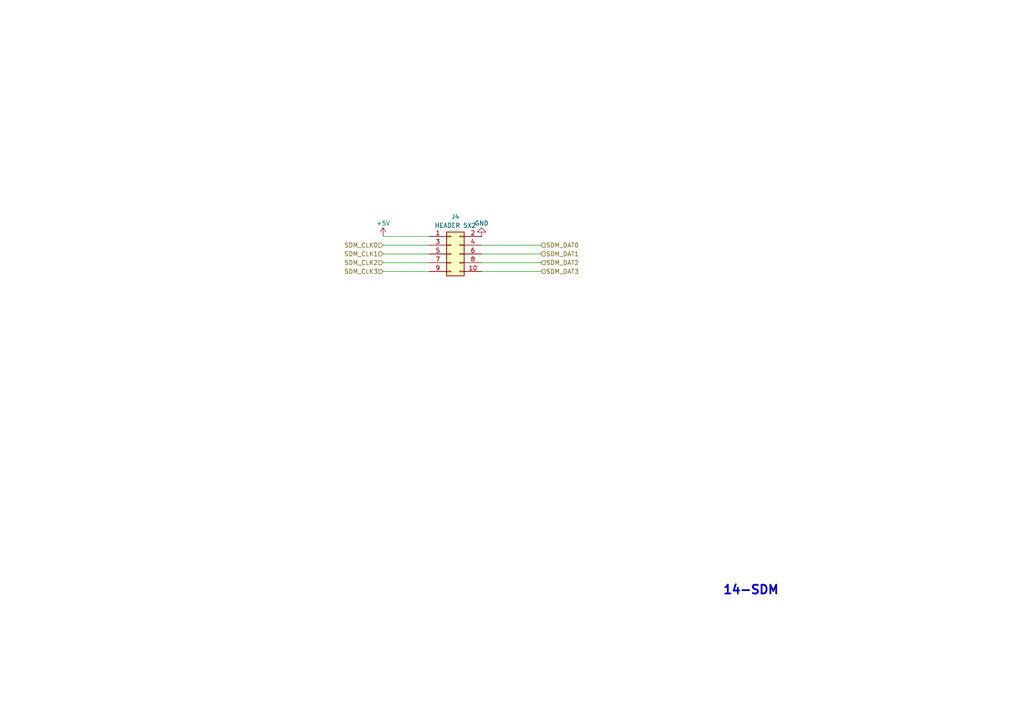
<source format=kicad_sch>
(kicad_sch (version 20230121) (generator eeschema)
  (paper "A4")
  (lib_symbols
    (symbol "00_HPM_power:+5V" (power) (pin_names (offset 0))
      (property "Value" "+5V" (at 0 3.556 0))
      (symbol "+5V_0_1"
        (polyline (pts (xy -0.762 1.27) (xy 0 2.54)))
        (polyline (pts (xy 0 0) (xy 0 2.54)))
        (polyline (pts (xy 0 2.54) (xy 0.762 1.27)))
      )
      (symbol "+5V_1_1"
        (pin power_in line (at 0 0 90) (length 0) hide (name "+5V") (number "1"))
      )
    )
    (symbol "00_HPM_power:GND" (power)
      (property "Value" "GND" (at 1.27 -6.35 0))
      (symbol "GND_0_0"
        (pin power_in line (at 0 0 0) (length 0) hide (name "GND") (number ""))
      )
      (symbol "GND_0_1"
        (polyline (pts (xy 0 0) (xy 0 -1.27) (xy 1.27 -1.27) (xy 0 -2.54) (xy -1.27 -1.27) (xy 0 -1.27)))
      )
    )
    (symbol "05_HPM_Connector_PinHeader:Conn_02x05"
      (property "Reference" "P4" (at 6.35 5.08 0))
      (property "Value" "Conn_02x05" (at 6.35 2.54 0))
      (symbol "Conn_02x05_1_1"
        (rectangle (start 0 -11.303) (end 1.27 -11.557) (stroke (width 0.1524)))
        (rectangle (start 0 -8.763) (end 1.27 -9.017) (stroke (width 0.1524)))
        (rectangle (start 0 -6.223) (end 1.27 -6.477) (stroke (width 0.1524)))
        (rectangle (start 0 -3.683) (end 1.27 -3.937) (stroke (width 0.1524)))
        (rectangle (start 0 -1.143) (end 1.27 -1.397) (stroke (width 0.1524)))
        (rectangle (start 0 0) (end 5.08 -12.7) (stroke (width 0.254)) (fill (type background)))
        (rectangle (start 5.08 -11.303) (end 3.81 -11.557) (stroke (width 0.1524)))
        (rectangle (start 5.08 -8.763) (end 3.81 -9.017) (stroke (width 0.1524)))
        (rectangle (start 5.08 -6.223) (end 3.81 -6.477) (stroke (width 0.1524)))
        (rectangle (start 5.08 -3.683) (end 3.81 -3.937) (stroke (width 0.1524)))
        (rectangle (start 5.08 -1.143) (end 3.81 -1.397) (stroke (width 0.1524)))
        (pin passive line (at -5.08 -1.27 0) (length 5.08) (name "") (number "1"))
        (pin passive line (at 10.16 -11.43 180) (length 5.08) (name "") (number "10"))
        (pin passive line (at 10.16 -1.27 180) (length 5.08) (name "") (number "2"))
        (pin passive line (at -5.08 -3.81 0) (length 5.08) (name "") (number "3"))
        (pin passive line (at 10.16 -3.81 180) (length 5.08) (name "") (number "4"))
        (pin passive line (at -5.08 -6.35 0) (length 5.08) (name "") (number "5"))
        (pin passive line (at 10.16 -6.35 180) (length 5.08) (name "") (number "6"))
        (pin passive line (at -5.08 -8.89 0) (length 5.08) (name "") (number "7"))
        (pin passive line (at 10.16 -8.89 180) (length 5.08) (name "") (number "8"))
        (pin passive line (at -5.08 -11.43 0) (length 5.08) (name "") (number "9"))
      )
    )
  )
  (wire (pts (xy 111.125 71.12) (xy 124.46 71.12)))
  (wire (pts (xy 156.845 76.2) (xy 139.7 76.2)))
  (wire (pts (xy 156.845 78.74) (xy 139.7 78.74)))
  (wire (pts (xy 111.125 78.74) (xy 124.46 78.74)))
  (wire (pts (xy 156.845 71.12) (xy 139.7 71.12)))
  (wire (pts (xy 111.125 76.2) (xy 124.46 76.2)))
  (wire (pts (xy 111.125 68.58) (xy 124.46 68.58)))
  (wire (pts (xy 111.125 73.66) (xy 124.46 73.66)))
  (wire (pts (xy 156.845 73.66) (xy 139.7 73.66)))
  (text "14-SDM" (at 209.55 172.72 0) (effects (font (size 2.54 2.54) (thickness 0.508) bold) (justify left bottom)))
  (hierarchical_label "SDM_DAT2" (shape input) (at 156.845 76.2 0))
  (hierarchical_label "SDM_DAT3" (shape input) (at 156.845 78.74 0))
  (hierarchical_label "SDM_CLK2" (shape input) (at 111.125 76.2 180))
  (hierarchical_label "SDM_CLK0" (shape input) (at 111.125 71.12 180))
  (hierarchical_label "SDM_DAT0" (shape input) (at 156.845 71.12 0))
  (hierarchical_label "SDM_DAT1" (shape input) (at 156.845 73.66 0))
  (hierarchical_label "SDM_CLK3" (shape input) (at 111.125 78.74 180))
  (hierarchical_label "SDM_CLK1" (shape input) (at 111.125 73.66 180))
  (symbol (lib_id "05_HPM_Connector_PinHeader:Conn_02x05") (at 129.54 67.31 0) (unit 1)
    (property "Reference" "J4" (at 132.08 62.865 0))
    (property "Value" "HEADER 5X2" (at 132.08 65.405 0))
    (property "Footprint" "05_HPM_Connector_PinHeader:PinHeader_2x05_P2.54mm_Vertical" (effects hide))
    (property "Model" "PZ254V-12-10P" (effects hide))
    (property "Company" " XFCN(兴飞) " (effects hide))
  )
  (symbol (lib_id "00_HPM_power:GND") (at 139.7 68.58 0) (mirror x) (unit 1)
    (property "Reference" "#PWR0127" (effects hide))
    (property "Value" "GND" (at 139.7 64.77 0))
    (instances (project "HPM62_63_144_ADC_EVK_RevB" (path "" (reference "#PWR0127") (unit 1)) (path "" (reference "#PWR0265") (unit 1))) (project "EVK_REVC" (path "" (reference "#PWR0458") (unit 1))))
  )
  (symbol (lib_id "00_HPM_power:+5V") (at 111.125 68.58 0) (unit 1)
    (property "Reference" "#PWR040" (effects hide))
    (property "Value" "+5V" (at 111.125 64.77 0))
    (instances (project "HPM62_63_144_ADC_EVK_RevB" (path "" (reference "#PWR040") (unit 1)) (path "" (reference "#PWR085") (unit 1)) (path "" (reference "#PWR0264") (unit 1))) (project "Four_Servo_HPM6280_MB" (path "" (reference "#PWR054") (unit 1))))
  )
)
</source>
